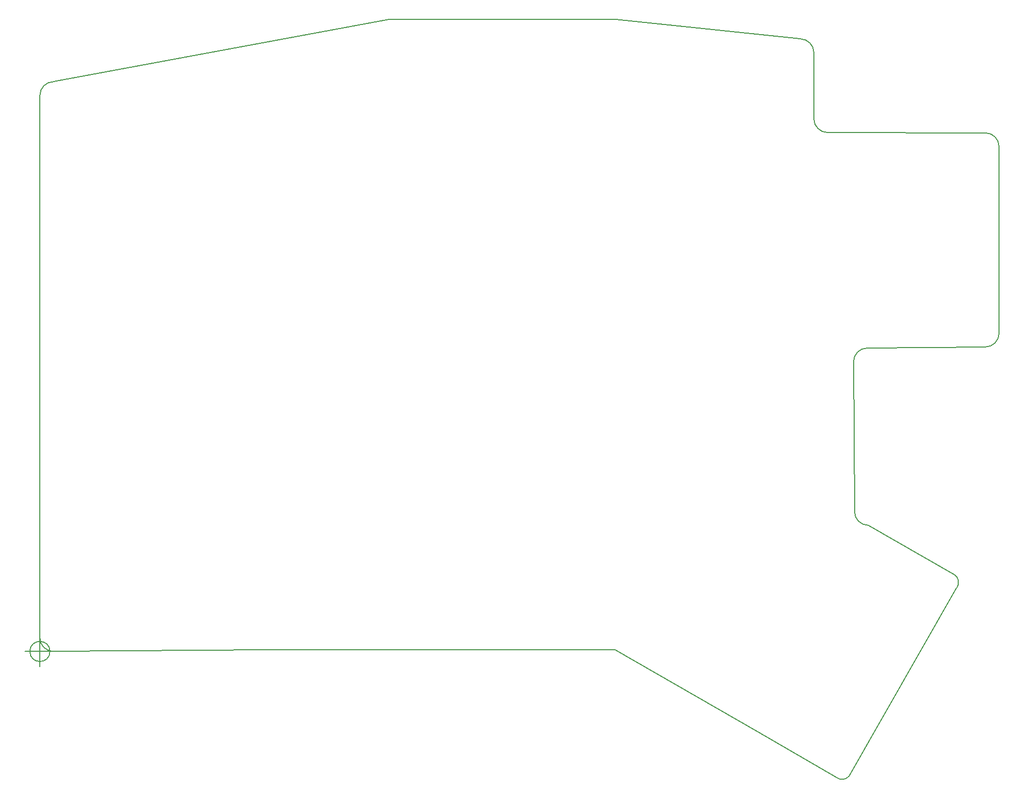
<source format=gbr>
%TF.GenerationSoftware,KiCad,Pcbnew,8.0.3*%
%TF.CreationDate,2024-07-24T18:45:32+09:00*%
%TF.ProjectId,ergodash,6572676f-6461-4736-982e-6b696361645f,2.0*%
%TF.SameCoordinates,Original*%
%TF.FileFunction,Profile,NP*%
%FSLAX46Y46*%
G04 Gerber Fmt 4.6, Leading zero omitted, Abs format (unit mm)*
G04 Created by KiCad (PCBNEW 8.0.3) date 2024-07-24 18:45:32*
%MOMM*%
%LPD*%
G01*
G04 APERTURE LIST*
%TA.AperFunction,Profile*%
%ADD10C,0.150000*%
%TD*%
G04 APERTURE END LIST*
D10*
X126214000Y101786000D02*
G75*
G02*
X128500000Y99500000I0J-2286000D01*
G01*
X86956000Y105000000D02*
X95568000Y105000000D01*
X137536000Y20964000D02*
G75*
G02*
X135250000Y23250000I0J2286000D01*
G01*
X135080446Y48133554D02*
G75*
G02*
X137366446Y50419554I2285954J46D01*
G01*
X135080446Y48133554D02*
X135250000Y23250000D01*
X2250000Y0D02*
G75*
G02*
X0Y2250000I0J2250000D01*
G01*
X0Y2250000D02*
X1Y92383554D01*
X95568000Y105000000D02*
X126214000Y101786000D01*
X156964000Y50580446D02*
X137366446Y50419554D01*
X95484000Y254000D02*
X119233000Y-13335000D01*
X1Y92383554D02*
G75*
G02*
X2286000Y94669549I2285999J-4D01*
G01*
X134346000Y-20701000D02*
X152243356Y10591000D01*
X58000000Y105000000D02*
X2286000Y94669554D01*
X58000000Y105000000D02*
X86956000Y105000000D01*
X2250000Y0D02*
X38080000Y254000D01*
X38080000Y254000D02*
X95484000Y254000D01*
X119233000Y-13335000D02*
X132314000Y-20955000D01*
X159250000Y52866446D02*
G75*
G02*
X156964000Y50580446I-2285954J-46D01*
G01*
X134346000Y-20701000D02*
G75*
G02*
X132314000Y-20955000I-1143000J889000D01*
G01*
X137536000Y20964000D02*
X151862356Y12750000D01*
X159250000Y83883554D02*
X159250000Y52866446D01*
X1666666Y0D02*
G75*
G02*
X-1666666Y0I-1666666J0D01*
G01*
X-1666666Y0D02*
G75*
G02*
X1666666Y0I1666666J0D01*
G01*
X-2500000Y0D02*
X2500000Y0D01*
X0Y2500000D02*
X0Y-2500000D01*
X156964000Y86169554D02*
G75*
G02*
X159250000Y83883554I46J-2285954D01*
G01*
X130786000Y86214000D02*
X156964000Y86169554D01*
X128500000Y88500000D02*
X128500000Y99500000D01*
X130786000Y86214000D02*
G75*
G02*
X128500000Y88500000I0J2286000D01*
G01*
X151862356Y12750000D02*
G75*
G02*
X152243365Y10590994I-888956J-1270000D01*
G01*
M02*

</source>
